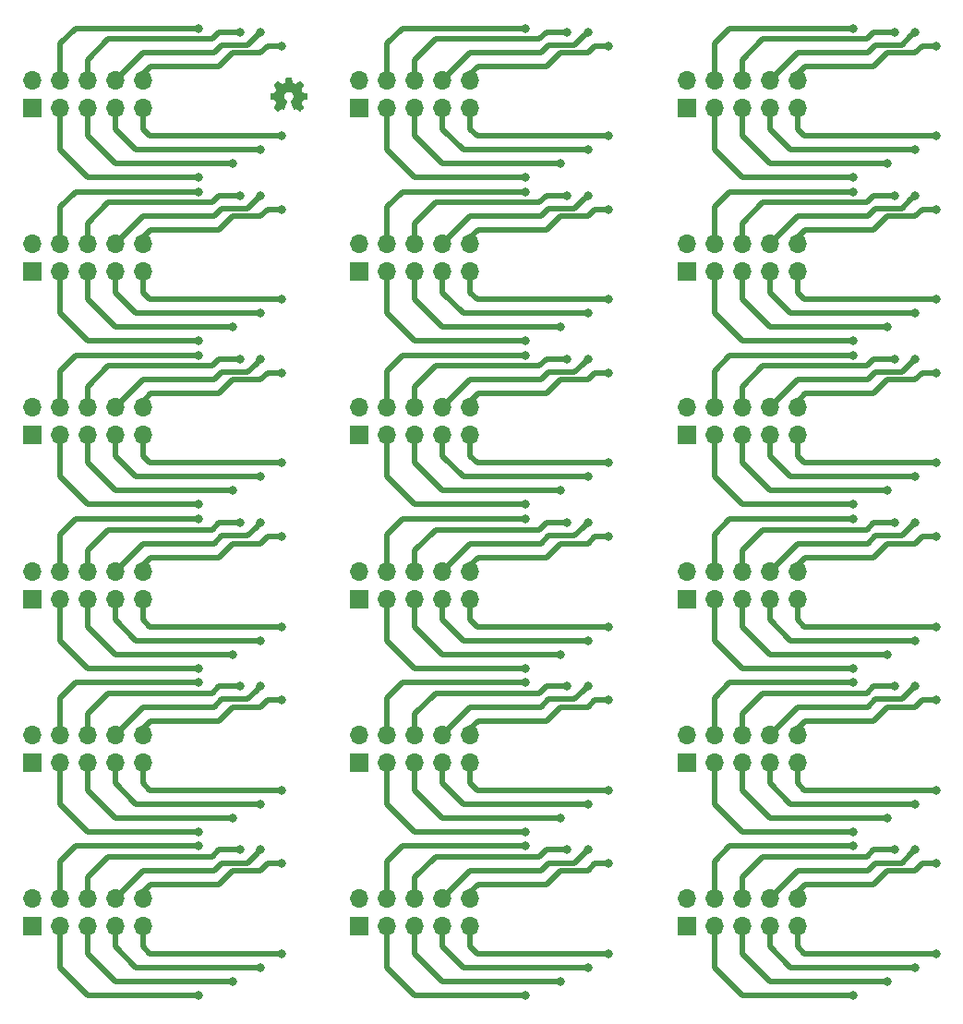
<source format=gbr>
G04 #@! TF.GenerationSoftware,KiCad,Pcbnew,5.1.5-52549c5~86~ubuntu18.04.1*
G04 #@! TF.CreationDate,2020-06-02T01:28:18-05:00*
G04 #@! TF.ProjectId,adap_127_254_panel,61646170-5f31-4323-975f-3235345f7061,rev?*
G04 #@! TF.SameCoordinates,Original*
G04 #@! TF.FileFunction,Copper,L2,Bot*
G04 #@! TF.FilePolarity,Positive*
%FSLAX46Y46*%
G04 Gerber Fmt 4.6, Leading zero omitted, Abs format (unit mm)*
G04 Created by KiCad (PCBNEW 5.1.5-52549c5~86~ubuntu18.04.1) date 2020-06-02 01:28:18*
%MOMM*%
%LPD*%
G04 APERTURE LIST*
%ADD10C,0.010000*%
%ADD11R,1.700000X1.700000*%
%ADD12O,1.700000X1.700000*%
%ADD13C,0.800000*%
%ADD14C,0.500000*%
G04 APERTURE END LIST*
D10*
G36*
X100304148Y-53110473D02*
G01*
X100269319Y-53110616D01*
X100235801Y-53110883D01*
X100204370Y-53111273D01*
X100175807Y-53111790D01*
X100150890Y-53112431D01*
X100130398Y-53113198D01*
X100115110Y-53114089D01*
X100105804Y-53115106D01*
X100103352Y-53115819D01*
X100101718Y-53118038D01*
X100099788Y-53122790D01*
X100097461Y-53130558D01*
X100094634Y-53141821D01*
X100091204Y-53157061D01*
X100087070Y-53176757D01*
X100082130Y-53201392D01*
X100076282Y-53231444D01*
X100069424Y-53267396D01*
X100061453Y-53309727D01*
X100056141Y-53338133D01*
X100048829Y-53377079D01*
X100041805Y-53414040D01*
X100035195Y-53448375D01*
X100029127Y-53479442D01*
X100023729Y-53506598D01*
X100019129Y-53529203D01*
X100015454Y-53546614D01*
X100012832Y-53558189D01*
X100011389Y-53563288D01*
X100011364Y-53563338D01*
X100006260Y-53570180D01*
X100002529Y-53572988D01*
X99942683Y-53597601D01*
X99889471Y-53619403D01*
X99842842Y-53638413D01*
X99802747Y-53654653D01*
X99769136Y-53668141D01*
X99741957Y-53678899D01*
X99721161Y-53686947D01*
X99706698Y-53692304D01*
X99698517Y-53694990D01*
X99696741Y-53695338D01*
X99695085Y-53695353D01*
X99693425Y-53695201D01*
X99691320Y-53694594D01*
X99688328Y-53693241D01*
X99684008Y-53690852D01*
X99677919Y-53687137D01*
X99669620Y-53681804D01*
X99658668Y-53674565D01*
X99644624Y-53665128D01*
X99627046Y-53653204D01*
X99605492Y-53638502D01*
X99579521Y-53620731D01*
X99548692Y-53599602D01*
X99512563Y-53574825D01*
X99489746Y-53559174D01*
X99459149Y-53538212D01*
X99430174Y-53518407D01*
X99403407Y-53500155D01*
X99379433Y-53483855D01*
X99358839Y-53469903D01*
X99342210Y-53458697D01*
X99330131Y-53450634D01*
X99323189Y-53446110D01*
X99321909Y-53445342D01*
X99314131Y-53442964D01*
X99305815Y-53445305D01*
X99303761Y-53446347D01*
X99299417Y-53449837D01*
X99290451Y-53458011D01*
X99277351Y-53470394D01*
X99260604Y-53486511D01*
X99240699Y-53505890D01*
X99218122Y-53528055D01*
X99193360Y-53552533D01*
X99166901Y-53578850D01*
X99144026Y-53601725D01*
X99112139Y-53633723D01*
X99085037Y-53661018D01*
X99062343Y-53684012D01*
X99043682Y-53703109D01*
X99028680Y-53718713D01*
X99016960Y-53731227D01*
X99008149Y-53741054D01*
X99001870Y-53748598D01*
X98997748Y-53754262D01*
X98995409Y-53758449D01*
X98994476Y-53761563D01*
X98994413Y-53762588D01*
X98995493Y-53766540D01*
X98998833Y-53773435D01*
X99004665Y-53783628D01*
X99013218Y-53797476D01*
X99024723Y-53815333D01*
X99039411Y-53837555D01*
X99057512Y-53864499D01*
X99079256Y-53896520D01*
X99104875Y-53933973D01*
X99115844Y-53949950D01*
X99137892Y-53982139D01*
X99158728Y-54012748D01*
X99177981Y-54041221D01*
X99195282Y-54067001D01*
X99210260Y-54089533D01*
X99222544Y-54108258D01*
X99231764Y-54122621D01*
X99237551Y-54132064D01*
X99239510Y-54135871D01*
X99239446Y-54139698D01*
X99237863Y-54146463D01*
X99234570Y-54156654D01*
X99229379Y-54170756D01*
X99222100Y-54189258D01*
X99212544Y-54212646D01*
X99200521Y-54241406D01*
X99185842Y-54276026D01*
X99175988Y-54299094D01*
X99161759Y-54332095D01*
X99148349Y-54362731D01*
X99136054Y-54390354D01*
X99125172Y-54414316D01*
X99115999Y-54433969D01*
X99108832Y-54448665D01*
X99103968Y-54457756D01*
X99102119Y-54460413D01*
X99096828Y-54463795D01*
X99087810Y-54467168D01*
X99074157Y-54470778D01*
X99054963Y-54474871D01*
X99034230Y-54478799D01*
X98974363Y-54489774D01*
X98919060Y-54499976D01*
X98868592Y-54509354D01*
X98823228Y-54517858D01*
X98783238Y-54525434D01*
X98748893Y-54532031D01*
X98720461Y-54537598D01*
X98698213Y-54542084D01*
X98682418Y-54545435D01*
X98673347Y-54547601D01*
X98671284Y-54548289D01*
X98664738Y-54554015D01*
X98662622Y-54557566D01*
X98662219Y-54562163D01*
X98661839Y-54573368D01*
X98661489Y-54590531D01*
X98661175Y-54613000D01*
X98660904Y-54640125D01*
X98660683Y-54671255D01*
X98660517Y-54705739D01*
X98660414Y-54742926D01*
X98660380Y-54780629D01*
X98660378Y-54826578D01*
X98660400Y-54865812D01*
X98660486Y-54898874D01*
X98660677Y-54926306D01*
X98661014Y-54948653D01*
X98661538Y-54966458D01*
X98662289Y-54980265D01*
X98663308Y-54990616D01*
X98664636Y-54998056D01*
X98666314Y-55003128D01*
X98668382Y-55006375D01*
X98670882Y-55008340D01*
X98673853Y-55009568D01*
X98677338Y-55010601D01*
X98677642Y-55010692D01*
X98682308Y-55011691D01*
X98693446Y-55013877D01*
X98710392Y-55017123D01*
X98732478Y-55021304D01*
X98759038Y-55026296D01*
X98789405Y-55031972D01*
X98822914Y-55038207D01*
X98858898Y-55044876D01*
X98883601Y-55049441D01*
X98927976Y-55057664D01*
X98965718Y-55064741D01*
X98997345Y-55070784D01*
X99023371Y-55075901D01*
X99044316Y-55080203D01*
X99060696Y-55083799D01*
X99073027Y-55086800D01*
X99081826Y-55089315D01*
X99087611Y-55091454D01*
X99090898Y-55093328D01*
X99091213Y-55093598D01*
X99094293Y-55098544D01*
X99099627Y-55109456D01*
X99106886Y-55125517D01*
X99115744Y-55145908D01*
X99125870Y-55169813D01*
X99136937Y-55196414D01*
X99148616Y-55224892D01*
X99160579Y-55254430D01*
X99172497Y-55284210D01*
X99184043Y-55313415D01*
X99194886Y-55341226D01*
X99204700Y-55366827D01*
X99213156Y-55389398D01*
X99219925Y-55408123D01*
X99224679Y-55422184D01*
X99227090Y-55430762D01*
X99227324Y-55432511D01*
X99226499Y-55436238D01*
X99223845Y-55442251D01*
X99219095Y-55450966D01*
X99211982Y-55462799D01*
X99202237Y-55478165D01*
X99189595Y-55497479D01*
X99173787Y-55521157D01*
X99154547Y-55549615D01*
X99131607Y-55583268D01*
X99110815Y-55613622D01*
X99082214Y-55655457D01*
X99057781Y-55691520D01*
X99037438Y-55721931D01*
X99021108Y-55746806D01*
X99008715Y-55766264D01*
X99000182Y-55780424D01*
X98995432Y-55789403D01*
X98994304Y-55792898D01*
X98995181Y-55795801D01*
X98998035Y-55800387D01*
X99003206Y-55807013D01*
X99011030Y-55816038D01*
X99021846Y-55827820D01*
X99035991Y-55842718D01*
X99053803Y-55861090D01*
X99075620Y-55883295D01*
X99101780Y-55909690D01*
X99132620Y-55940633D01*
X99149486Y-55957508D01*
X99185483Y-55993400D01*
X99216619Y-56024228D01*
X99243067Y-56050160D01*
X99265003Y-56071361D01*
X99282599Y-56087996D01*
X99296030Y-56100231D01*
X99305471Y-56108232D01*
X99311095Y-56112165D01*
X99312543Y-56112658D01*
X99314363Y-56112543D01*
X99316565Y-56112011D01*
X99319577Y-56110778D01*
X99323830Y-56108561D01*
X99329751Y-56105077D01*
X99337771Y-56100044D01*
X99348319Y-56093178D01*
X99361823Y-56084197D01*
X99378714Y-56072816D01*
X99399420Y-56058755D01*
X99424371Y-56041728D01*
X99453996Y-56021455D01*
X99488724Y-55997650D01*
X99528984Y-55970033D01*
X99531156Y-55968542D01*
X99558516Y-55949883D01*
X99584220Y-55932568D01*
X99607612Y-55917024D01*
X99628040Y-55903676D01*
X99644849Y-55892947D01*
X99657384Y-55885263D01*
X99664993Y-55881049D01*
X99666893Y-55880363D01*
X99672055Y-55882015D01*
X99682598Y-55886647D01*
X99697521Y-55893776D01*
X99715826Y-55902917D01*
X99736515Y-55913586D01*
X99748889Y-55920111D01*
X99770415Y-55931515D01*
X99790015Y-55941828D01*
X99806708Y-55950538D01*
X99819515Y-55957137D01*
X99827455Y-55961114D01*
X99829423Y-55962011D01*
X99836213Y-55961439D01*
X99842698Y-55957651D01*
X99845069Y-55953479D01*
X99849955Y-55943121D01*
X99857134Y-55927111D01*
X99866384Y-55905986D01*
X99877482Y-55880282D01*
X99890205Y-55850535D01*
X99904331Y-55817280D01*
X99919637Y-55781054D01*
X99935902Y-55742392D01*
X99952901Y-55701831D01*
X99970414Y-55659906D01*
X99988217Y-55617153D01*
X100006088Y-55574109D01*
X100023804Y-55531309D01*
X100041143Y-55489289D01*
X100057882Y-55448585D01*
X100073799Y-55409734D01*
X100088672Y-55373270D01*
X100102277Y-55339731D01*
X100114392Y-55309651D01*
X100124795Y-55283567D01*
X100133263Y-55262015D01*
X100139574Y-55245531D01*
X100143505Y-55234651D01*
X100144835Y-55229929D01*
X100144209Y-55223195D01*
X100141622Y-55217681D01*
X100135852Y-55212031D01*
X100125678Y-55204892D01*
X100117668Y-55199779D01*
X100066034Y-55164544D01*
X100021107Y-55127898D01*
X99982393Y-55089326D01*
X99949397Y-55048315D01*
X99921622Y-55004354D01*
X99912691Y-54987479D01*
X99890771Y-54936154D01*
X99875229Y-54882371D01*
X99866126Y-54827045D01*
X99863518Y-54771092D01*
X99867465Y-54715426D01*
X99878024Y-54660962D01*
X99889515Y-54623670D01*
X99912094Y-54571195D01*
X99940712Y-54522096D01*
X99974850Y-54476949D01*
X100013990Y-54436326D01*
X100057612Y-54400802D01*
X100105199Y-54370951D01*
X100128482Y-54359187D01*
X100181723Y-54338047D01*
X100235957Y-54323751D01*
X100290635Y-54316113D01*
X100345209Y-54314949D01*
X100399128Y-54320074D01*
X100451846Y-54331304D01*
X100502811Y-54348453D01*
X100551477Y-54371339D01*
X100597293Y-54399774D01*
X100639711Y-54433576D01*
X100678181Y-54472560D01*
X100712155Y-54516540D01*
X100741018Y-54565202D01*
X100761530Y-54609711D01*
X100776415Y-54653039D01*
X100786139Y-54697152D01*
X100791168Y-54744012D01*
X100792144Y-54780591D01*
X100790109Y-54829623D01*
X100783864Y-54874464D01*
X100772940Y-54917147D01*
X100756868Y-54959702D01*
X100744813Y-54985508D01*
X100720255Y-55028998D01*
X100691148Y-55069431D01*
X100656905Y-55107415D01*
X100616940Y-55143558D01*
X100570669Y-55178470D01*
X100538703Y-55199671D01*
X100525559Y-55208285D01*
X100517491Y-55214626D01*
X100513281Y-55220041D01*
X100511713Y-55225878D01*
X100511536Y-55229759D01*
X100512893Y-55234196D01*
X100516833Y-55244793D01*
X100523135Y-55261016D01*
X100531578Y-55282328D01*
X100541940Y-55308195D01*
X100554002Y-55338081D01*
X100567541Y-55371450D01*
X100582336Y-55407768D01*
X100598168Y-55446498D01*
X100614814Y-55487106D01*
X100632054Y-55529055D01*
X100649666Y-55571812D01*
X100667430Y-55614840D01*
X100685124Y-55657603D01*
X100702527Y-55699568D01*
X100719420Y-55740197D01*
X100735579Y-55778957D01*
X100750785Y-55815311D01*
X100764816Y-55848723D01*
X100777452Y-55878660D01*
X100788471Y-55904585D01*
X100797652Y-55925963D01*
X100804774Y-55942258D01*
X100809617Y-55952936D01*
X100811959Y-55957460D01*
X100811985Y-55957492D01*
X100817791Y-55962518D01*
X100821202Y-55963844D01*
X100825316Y-55962207D01*
X100834910Y-55957607D01*
X100849065Y-55950508D01*
X100866863Y-55941376D01*
X100887385Y-55930676D01*
X100903632Y-55922103D01*
X100925791Y-55910506D01*
X100946133Y-55900147D01*
X100963687Y-55891497D01*
X100977486Y-55885027D01*
X100986559Y-55881207D01*
X100989601Y-55880363D01*
X100993864Y-55882369D01*
X101003532Y-55888142D01*
X101018044Y-55897311D01*
X101036838Y-55909509D01*
X101059354Y-55924364D01*
X101085031Y-55941508D01*
X101113307Y-55960571D01*
X101143621Y-55981185D01*
X101166004Y-55996510D01*
X101201540Y-56020810D01*
X101234052Y-56042842D01*
X101263135Y-56062340D01*
X101288386Y-56079041D01*
X101309400Y-56092679D01*
X101325771Y-56102990D01*
X101337097Y-56109709D01*
X101342971Y-56112571D01*
X101343463Y-56112658D01*
X101346834Y-56111147D01*
X101353124Y-56106451D01*
X101362596Y-56098320D01*
X101375511Y-56086508D01*
X101392129Y-56070764D01*
X101412712Y-56050843D01*
X101437522Y-56026494D01*
X101466820Y-55997471D01*
X101500867Y-55963525D01*
X101506917Y-55957476D01*
X101539985Y-55924351D01*
X101568222Y-55895946D01*
X101591972Y-55871892D01*
X101611582Y-55851822D01*
X101627398Y-55835368D01*
X101639766Y-55822162D01*
X101649033Y-55811837D01*
X101655544Y-55804025D01*
X101659645Y-55798357D01*
X101661683Y-55794467D01*
X101662067Y-55792598D01*
X101660452Y-55787914D01*
X101655521Y-55778741D01*
X101647147Y-55764881D01*
X101635199Y-55746137D01*
X101619551Y-55722310D01*
X101600072Y-55693202D01*
X101576635Y-55658615D01*
X101549111Y-55618351D01*
X101545556Y-55613171D01*
X101519389Y-55574967D01*
X101497144Y-55542292D01*
X101478562Y-55514743D01*
X101463381Y-55491915D01*
X101451341Y-55473405D01*
X101442183Y-55458808D01*
X101435645Y-55447720D01*
X101431469Y-55439738D01*
X101429393Y-55434458D01*
X101429046Y-55432329D01*
X101430396Y-55426284D01*
X101434225Y-55414414D01*
X101440206Y-55397538D01*
X101448008Y-55376474D01*
X101457305Y-55352040D01*
X101467767Y-55325053D01*
X101479066Y-55296332D01*
X101490873Y-55266694D01*
X101502859Y-55236959D01*
X101514696Y-55207943D01*
X101526055Y-55180465D01*
X101536608Y-55155342D01*
X101546027Y-55133393D01*
X101553981Y-55115436D01*
X101560143Y-55102289D01*
X101564185Y-55094770D01*
X101565157Y-55093499D01*
X101568011Y-55091670D01*
X101573144Y-55089613D01*
X101581074Y-55087217D01*
X101592320Y-55084372D01*
X101607398Y-55080968D01*
X101626826Y-55076894D01*
X101651122Y-55072039D01*
X101680802Y-55066293D01*
X101716385Y-55059545D01*
X101758388Y-55051685D01*
X101777397Y-55048150D01*
X101824151Y-55039418D01*
X101864152Y-55031835D01*
X101897799Y-55025318D01*
X101925493Y-55019781D01*
X101947632Y-55015142D01*
X101964618Y-55011316D01*
X101976849Y-55008219D01*
X101984727Y-55005766D01*
X101988650Y-55003875D01*
X101988821Y-55003731D01*
X101990312Y-55002194D01*
X101991580Y-55000122D01*
X101992644Y-54996956D01*
X101993521Y-54992136D01*
X101994230Y-54985106D01*
X101994789Y-54975306D01*
X101995215Y-54962178D01*
X101995526Y-54945164D01*
X101995741Y-54923704D01*
X101995877Y-54897242D01*
X101995952Y-54865217D01*
X101995984Y-54827073D01*
X101995990Y-54782250D01*
X101995990Y-54780326D01*
X101995954Y-54741181D01*
X101995848Y-54704113D01*
X101995680Y-54669775D01*
X101995457Y-54638817D01*
X101995184Y-54611890D01*
X101994868Y-54589646D01*
X101994516Y-54572737D01*
X101994135Y-54561813D01*
X101993749Y-54557566D01*
X101988744Y-54550896D01*
X101985245Y-54548373D01*
X101980610Y-54547112D01*
X101969490Y-54544669D01*
X101952538Y-54541174D01*
X101930407Y-54536753D01*
X101903753Y-54531536D01*
X101873229Y-54525650D01*
X101839488Y-54519225D01*
X101803186Y-54512387D01*
X101772432Y-54506649D01*
X101724011Y-54497595D01*
X101682430Y-54489690D01*
X101647371Y-54482868D01*
X101618518Y-54477062D01*
X101595553Y-54472207D01*
X101578159Y-54468235D01*
X101566018Y-54465081D01*
X101558815Y-54462679D01*
X101556808Y-54461629D01*
X101553139Y-54456667D01*
X101547136Y-54445822D01*
X101539154Y-54429917D01*
X101529548Y-54409777D01*
X101518673Y-54386226D01*
X101506884Y-54360088D01*
X101494538Y-54332186D01*
X101481988Y-54303345D01*
X101469591Y-54274388D01*
X101457701Y-54246141D01*
X101446674Y-54219425D01*
X101436865Y-54195067D01*
X101428630Y-54173888D01*
X101422323Y-54156715D01*
X101418300Y-54144370D01*
X101416915Y-54137677D01*
X101416952Y-54137243D01*
X101419283Y-54132501D01*
X101425384Y-54122353D01*
X101434886Y-54107356D01*
X101447420Y-54088068D01*
X101462618Y-54065048D01*
X101480112Y-54038854D01*
X101499535Y-54010043D01*
X101520516Y-53979174D01*
X101540275Y-53950318D01*
X101567478Y-53910634D01*
X101590717Y-53876520D01*
X101610225Y-53847621D01*
X101626229Y-53823580D01*
X101638963Y-53804044D01*
X101648654Y-53788656D01*
X101655535Y-53777061D01*
X101659835Y-53768903D01*
X101661784Y-53763828D01*
X101661958Y-53762587D01*
X101661479Y-53759800D01*
X101659747Y-53756099D01*
X101656387Y-53751084D01*
X101651027Y-53744354D01*
X101643294Y-53735508D01*
X101632816Y-53724146D01*
X101619218Y-53709867D01*
X101602129Y-53692270D01*
X101581175Y-53670954D01*
X101555984Y-53645520D01*
X101526183Y-53615565D01*
X101510530Y-53599864D01*
X101482941Y-53572284D01*
X101456699Y-53546207D01*
X101432280Y-53522098D01*
X101410162Y-53500419D01*
X101390819Y-53481632D01*
X101374728Y-53466201D01*
X101362366Y-53454587D01*
X101354208Y-53447254D01*
X101350859Y-53444699D01*
X101342242Y-53442969D01*
X101337211Y-53443585D01*
X101333303Y-53445969D01*
X101323948Y-53452106D01*
X101309682Y-53461634D01*
X101291038Y-53474193D01*
X101268550Y-53489419D01*
X101242753Y-53506952D01*
X101214180Y-53526430D01*
X101183366Y-53547491D01*
X101150845Y-53569773D01*
X101149757Y-53570520D01*
X101114266Y-53594777D01*
X101081329Y-53617110D01*
X101051390Y-53637227D01*
X101024890Y-53654837D01*
X101002273Y-53669650D01*
X100983980Y-53681376D01*
X100970455Y-53689723D01*
X100962139Y-53694401D01*
X100959690Y-53695338D01*
X100955080Y-53694011D01*
X100944602Y-53690256D01*
X100929101Y-53684412D01*
X100909420Y-53676817D01*
X100886405Y-53667810D01*
X100860897Y-53657730D01*
X100833743Y-53646916D01*
X100805785Y-53635707D01*
X100777867Y-53624441D01*
X100750834Y-53613457D01*
X100725529Y-53603094D01*
X100702797Y-53593691D01*
X100683481Y-53585586D01*
X100668425Y-53579119D01*
X100658474Y-53574628D01*
X100656242Y-53573528D01*
X100648293Y-53567771D01*
X100643911Y-53562085D01*
X100642768Y-53557438D01*
X100640425Y-53546291D01*
X100637004Y-53529279D01*
X100632630Y-53507041D01*
X100627425Y-53480212D01*
X100621514Y-53449429D01*
X100615020Y-53415329D01*
X100608065Y-53378549D01*
X100600775Y-53339725D01*
X100600488Y-53338192D01*
X100591806Y-53291955D01*
X100584302Y-53252377D01*
X100577871Y-53218972D01*
X100572410Y-53191254D01*
X100567815Y-53168737D01*
X100563983Y-53150934D01*
X100560810Y-53137359D01*
X100558191Y-53127527D01*
X100556025Y-53120951D01*
X100554207Y-53117144D01*
X100553100Y-53115878D01*
X100548015Y-53114780D01*
X100536450Y-53113806D01*
X100519185Y-53112955D01*
X100496999Y-53112228D01*
X100470670Y-53111625D01*
X100440978Y-53111146D01*
X100408700Y-53110792D01*
X100374617Y-53110562D01*
X100339506Y-53110455D01*
X100304148Y-53110473D01*
G37*
X100304148Y-53110473D02*
X100269319Y-53110616D01*
X100235801Y-53110883D01*
X100204370Y-53111273D01*
X100175807Y-53111790D01*
X100150890Y-53112431D01*
X100130398Y-53113198D01*
X100115110Y-53114089D01*
X100105804Y-53115106D01*
X100103352Y-53115819D01*
X100101718Y-53118038D01*
X100099788Y-53122790D01*
X100097461Y-53130558D01*
X100094634Y-53141821D01*
X100091204Y-53157061D01*
X100087070Y-53176757D01*
X100082130Y-53201392D01*
X100076282Y-53231444D01*
X100069424Y-53267396D01*
X100061453Y-53309727D01*
X100056141Y-53338133D01*
X100048829Y-53377079D01*
X100041805Y-53414040D01*
X100035195Y-53448375D01*
X100029127Y-53479442D01*
X100023729Y-53506598D01*
X100019129Y-53529203D01*
X100015454Y-53546614D01*
X100012832Y-53558189D01*
X100011389Y-53563288D01*
X100011364Y-53563338D01*
X100006260Y-53570180D01*
X100002529Y-53572988D01*
X99942683Y-53597601D01*
X99889471Y-53619403D01*
X99842842Y-53638413D01*
X99802747Y-53654653D01*
X99769136Y-53668141D01*
X99741957Y-53678899D01*
X99721161Y-53686947D01*
X99706698Y-53692304D01*
X99698517Y-53694990D01*
X99696741Y-53695338D01*
X99695085Y-53695353D01*
X99693425Y-53695201D01*
X99691320Y-53694594D01*
X99688328Y-53693241D01*
X99684008Y-53690852D01*
X99677919Y-53687137D01*
X99669620Y-53681804D01*
X99658668Y-53674565D01*
X99644624Y-53665128D01*
X99627046Y-53653204D01*
X99605492Y-53638502D01*
X99579521Y-53620731D01*
X99548692Y-53599602D01*
X99512563Y-53574825D01*
X99489746Y-53559174D01*
X99459149Y-53538212D01*
X99430174Y-53518407D01*
X99403407Y-53500155D01*
X99379433Y-53483855D01*
X99358839Y-53469903D01*
X99342210Y-53458697D01*
X99330131Y-53450634D01*
X99323189Y-53446110D01*
X99321909Y-53445342D01*
X99314131Y-53442964D01*
X99305815Y-53445305D01*
X99303761Y-53446347D01*
X99299417Y-53449837D01*
X99290451Y-53458011D01*
X99277351Y-53470394D01*
X99260604Y-53486511D01*
X99240699Y-53505890D01*
X99218122Y-53528055D01*
X99193360Y-53552533D01*
X99166901Y-53578850D01*
X99144026Y-53601725D01*
X99112139Y-53633723D01*
X99085037Y-53661018D01*
X99062343Y-53684012D01*
X99043682Y-53703109D01*
X99028680Y-53718713D01*
X99016960Y-53731227D01*
X99008149Y-53741054D01*
X99001870Y-53748598D01*
X98997748Y-53754262D01*
X98995409Y-53758449D01*
X98994476Y-53761563D01*
X98994413Y-53762588D01*
X98995493Y-53766540D01*
X98998833Y-53773435D01*
X99004665Y-53783628D01*
X99013218Y-53797476D01*
X99024723Y-53815333D01*
X99039411Y-53837555D01*
X99057512Y-53864499D01*
X99079256Y-53896520D01*
X99104875Y-53933973D01*
X99115844Y-53949950D01*
X99137892Y-53982139D01*
X99158728Y-54012748D01*
X99177981Y-54041221D01*
X99195282Y-54067001D01*
X99210260Y-54089533D01*
X99222544Y-54108258D01*
X99231764Y-54122621D01*
X99237551Y-54132064D01*
X99239510Y-54135871D01*
X99239446Y-54139698D01*
X99237863Y-54146463D01*
X99234570Y-54156654D01*
X99229379Y-54170756D01*
X99222100Y-54189258D01*
X99212544Y-54212646D01*
X99200521Y-54241406D01*
X99185842Y-54276026D01*
X99175988Y-54299094D01*
X99161759Y-54332095D01*
X99148349Y-54362731D01*
X99136054Y-54390354D01*
X99125172Y-54414316D01*
X99115999Y-54433969D01*
X99108832Y-54448665D01*
X99103968Y-54457756D01*
X99102119Y-54460413D01*
X99096828Y-54463795D01*
X99087810Y-54467168D01*
X99074157Y-54470778D01*
X99054963Y-54474871D01*
X99034230Y-54478799D01*
X98974363Y-54489774D01*
X98919060Y-54499976D01*
X98868592Y-54509354D01*
X98823228Y-54517858D01*
X98783238Y-54525434D01*
X98748893Y-54532031D01*
X98720461Y-54537598D01*
X98698213Y-54542084D01*
X98682418Y-54545435D01*
X98673347Y-54547601D01*
X98671284Y-54548289D01*
X98664738Y-54554015D01*
X98662622Y-54557566D01*
X98662219Y-54562163D01*
X98661839Y-54573368D01*
X98661489Y-54590531D01*
X98661175Y-54613000D01*
X98660904Y-54640125D01*
X98660683Y-54671255D01*
X98660517Y-54705739D01*
X98660414Y-54742926D01*
X98660380Y-54780629D01*
X98660378Y-54826578D01*
X98660400Y-54865812D01*
X98660486Y-54898874D01*
X98660677Y-54926306D01*
X98661014Y-54948653D01*
X98661538Y-54966458D01*
X98662289Y-54980265D01*
X98663308Y-54990616D01*
X98664636Y-54998056D01*
X98666314Y-55003128D01*
X98668382Y-55006375D01*
X98670882Y-55008340D01*
X98673853Y-55009568D01*
X98677338Y-55010601D01*
X98677642Y-55010692D01*
X98682308Y-55011691D01*
X98693446Y-55013877D01*
X98710392Y-55017123D01*
X98732478Y-55021304D01*
X98759038Y-55026296D01*
X98789405Y-55031972D01*
X98822914Y-55038207D01*
X98858898Y-55044876D01*
X98883601Y-55049441D01*
X98927976Y-55057664D01*
X98965718Y-55064741D01*
X98997345Y-55070784D01*
X99023371Y-55075901D01*
X99044316Y-55080203D01*
X99060696Y-55083799D01*
X99073027Y-55086800D01*
X99081826Y-55089315D01*
X99087611Y-55091454D01*
X99090898Y-55093328D01*
X99091213Y-55093598D01*
X99094293Y-55098544D01*
X99099627Y-55109456D01*
X99106886Y-55125517D01*
X99115744Y-55145908D01*
X99125870Y-55169813D01*
X99136937Y-55196414D01*
X99148616Y-55224892D01*
X99160579Y-55254430D01*
X99172497Y-55284210D01*
X99184043Y-55313415D01*
X99194886Y-55341226D01*
X99204700Y-55366827D01*
X99213156Y-55389398D01*
X99219925Y-55408123D01*
X99224679Y-55422184D01*
X99227090Y-55430762D01*
X99227324Y-55432511D01*
X99226499Y-55436238D01*
X99223845Y-55442251D01*
X99219095Y-55450966D01*
X99211982Y-55462799D01*
X99202237Y-55478165D01*
X99189595Y-55497479D01*
X99173787Y-55521157D01*
X99154547Y-55549615D01*
X99131607Y-55583268D01*
X99110815Y-55613622D01*
X99082214Y-55655457D01*
X99057781Y-55691520D01*
X99037438Y-55721931D01*
X99021108Y-55746806D01*
X99008715Y-55766264D01*
X99000182Y-55780424D01*
X98995432Y-55789403D01*
X98994304Y-55792898D01*
X98995181Y-55795801D01*
X98998035Y-55800387D01*
X99003206Y-55807013D01*
X99011030Y-55816038D01*
X99021846Y-55827820D01*
X99035991Y-55842718D01*
X99053803Y-55861090D01*
X99075620Y-55883295D01*
X99101780Y-55909690D01*
X99132620Y-55940633D01*
X99149486Y-55957508D01*
X99185483Y-55993400D01*
X99216619Y-56024228D01*
X99243067Y-56050160D01*
X99265003Y-56071361D01*
X99282599Y-56087996D01*
X99296030Y-56100231D01*
X99305471Y-56108232D01*
X99311095Y-56112165D01*
X99312543Y-56112658D01*
X99314363Y-56112543D01*
X99316565Y-56112011D01*
X99319577Y-56110778D01*
X99323830Y-56108561D01*
X99329751Y-56105077D01*
X99337771Y-56100044D01*
X99348319Y-56093178D01*
X99361823Y-56084197D01*
X99378714Y-56072816D01*
X99399420Y-56058755D01*
X99424371Y-56041728D01*
X99453996Y-56021455D01*
X99488724Y-55997650D01*
X99528984Y-55970033D01*
X99531156Y-55968542D01*
X99558516Y-55949883D01*
X99584220Y-55932568D01*
X99607612Y-55917024D01*
X99628040Y-55903676D01*
X99644849Y-55892947D01*
X99657384Y-55885263D01*
X99664993Y-55881049D01*
X99666893Y-55880363D01*
X99672055Y-55882015D01*
X99682598Y-55886647D01*
X99697521Y-55893776D01*
X99715826Y-55902917D01*
X99736515Y-55913586D01*
X99748889Y-55920111D01*
X99770415Y-55931515D01*
X99790015Y-55941828D01*
X99806708Y-55950538D01*
X99819515Y-55957137D01*
X99827455Y-55961114D01*
X99829423Y-55962011D01*
X99836213Y-55961439D01*
X99842698Y-55957651D01*
X99845069Y-55953479D01*
X99849955Y-55943121D01*
X99857134Y-55927111D01*
X99866384Y-55905986D01*
X99877482Y-55880282D01*
X99890205Y-55850535D01*
X99904331Y-55817280D01*
X99919637Y-55781054D01*
X99935902Y-55742392D01*
X99952901Y-55701831D01*
X99970414Y-55659906D01*
X99988217Y-55617153D01*
X100006088Y-55574109D01*
X100023804Y-55531309D01*
X100041143Y-55489289D01*
X100057882Y-55448585D01*
X100073799Y-55409734D01*
X100088672Y-55373270D01*
X100102277Y-55339731D01*
X100114392Y-55309651D01*
X100124795Y-55283567D01*
X100133263Y-55262015D01*
X100139574Y-55245531D01*
X100143505Y-55234651D01*
X100144835Y-55229929D01*
X100144209Y-55223195D01*
X100141622Y-55217681D01*
X100135852Y-55212031D01*
X100125678Y-55204892D01*
X100117668Y-55199779D01*
X100066034Y-55164544D01*
X100021107Y-55127898D01*
X99982393Y-55089326D01*
X99949397Y-55048315D01*
X99921622Y-55004354D01*
X99912691Y-54987479D01*
X99890771Y-54936154D01*
X99875229Y-54882371D01*
X99866126Y-54827045D01*
X99863518Y-54771092D01*
X99867465Y-54715426D01*
X99878024Y-54660962D01*
X99889515Y-54623670D01*
X99912094Y-54571195D01*
X99940712Y-54522096D01*
X99974850Y-54476949D01*
X100013990Y-54436326D01*
X100057612Y-54400802D01*
X100105199Y-54370951D01*
X100128482Y-54359187D01*
X100181723Y-54338047D01*
X100235957Y-54323751D01*
X100290635Y-54316113D01*
X100345209Y-54314949D01*
X100399128Y-54320074D01*
X100451846Y-54331304D01*
X100502811Y-54348453D01*
X100551477Y-54371339D01*
X100597293Y-54399774D01*
X100639711Y-54433576D01*
X100678181Y-54472560D01*
X100712155Y-54516540D01*
X100741018Y-54565202D01*
X100761530Y-54609711D01*
X100776415Y-54653039D01*
X100786139Y-54697152D01*
X100791168Y-54744012D01*
X100792144Y-54780591D01*
X100790109Y-54829623D01*
X100783864Y-54874464D01*
X100772940Y-54917147D01*
X100756868Y-54959702D01*
X100744813Y-54985508D01*
X100720255Y-55028998D01*
X100691148Y-55069431D01*
X100656905Y-55107415D01*
X100616940Y-55143558D01*
X100570669Y-55178470D01*
X100538703Y-55199671D01*
X100525559Y-55208285D01*
X100517491Y-55214626D01*
X100513281Y-55220041D01*
X100511713Y-55225878D01*
X100511536Y-55229759D01*
X100512893Y-55234196D01*
X100516833Y-55244793D01*
X100523135Y-55261016D01*
X100531578Y-55282328D01*
X100541940Y-55308195D01*
X100554002Y-55338081D01*
X100567541Y-55371450D01*
X100582336Y-55407768D01*
X100598168Y-55446498D01*
X100614814Y-55487106D01*
X100632054Y-55529055D01*
X100649666Y-55571812D01*
X100667430Y-55614840D01*
X100685124Y-55657603D01*
X100702527Y-55699568D01*
X100719420Y-55740197D01*
X100735579Y-55778957D01*
X100750785Y-55815311D01*
X100764816Y-55848723D01*
X100777452Y-55878660D01*
X100788471Y-55904585D01*
X100797652Y-55925963D01*
X100804774Y-55942258D01*
X100809617Y-55952936D01*
X100811959Y-55957460D01*
X100811985Y-55957492D01*
X100817791Y-55962518D01*
X100821202Y-55963844D01*
X100825316Y-55962207D01*
X100834910Y-55957607D01*
X100849065Y-55950508D01*
X100866863Y-55941376D01*
X100887385Y-55930676D01*
X100903632Y-55922103D01*
X100925791Y-55910506D01*
X100946133Y-55900147D01*
X100963687Y-55891497D01*
X100977486Y-55885027D01*
X100986559Y-55881207D01*
X100989601Y-55880363D01*
X100993864Y-55882369D01*
X101003532Y-55888142D01*
X101018044Y-55897311D01*
X101036838Y-55909509D01*
X101059354Y-55924364D01*
X101085031Y-55941508D01*
X101113307Y-55960571D01*
X101143621Y-55981185D01*
X101166004Y-55996510D01*
X101201540Y-56020810D01*
X101234052Y-56042842D01*
X101263135Y-56062340D01*
X101288386Y-56079041D01*
X101309400Y-56092679D01*
X101325771Y-56102990D01*
X101337097Y-56109709D01*
X101342971Y-56112571D01*
X101343463Y-56112658D01*
X101346834Y-56111147D01*
X101353124Y-56106451D01*
X101362596Y-56098320D01*
X101375511Y-56086508D01*
X101392129Y-56070764D01*
X101412712Y-56050843D01*
X101437522Y-56026494D01*
X101466820Y-55997471D01*
X101500867Y-55963525D01*
X101506917Y-55957476D01*
X101539985Y-55924351D01*
X101568222Y-55895946D01*
X101591972Y-55871892D01*
X101611582Y-55851822D01*
X101627398Y-55835368D01*
X101639766Y-55822162D01*
X101649033Y-55811837D01*
X101655544Y-55804025D01*
X101659645Y-55798357D01*
X101661683Y-55794467D01*
X101662067Y-55792598D01*
X101660452Y-55787914D01*
X101655521Y-55778741D01*
X101647147Y-55764881D01*
X101635199Y-55746137D01*
X101619551Y-55722310D01*
X101600072Y-55693202D01*
X101576635Y-55658615D01*
X101549111Y-55618351D01*
X101545556Y-55613171D01*
X101519389Y-55574967D01*
X101497144Y-55542292D01*
X101478562Y-55514743D01*
X101463381Y-55491915D01*
X101451341Y-55473405D01*
X101442183Y-55458808D01*
X101435645Y-55447720D01*
X101431469Y-55439738D01*
X101429393Y-55434458D01*
X101429046Y-55432329D01*
X101430396Y-55426284D01*
X101434225Y-55414414D01*
X101440206Y-55397538D01*
X101448008Y-55376474D01*
X101457305Y-55352040D01*
X101467767Y-55325053D01*
X101479066Y-55296332D01*
X101490873Y-55266694D01*
X101502859Y-55236959D01*
X101514696Y-55207943D01*
X101526055Y-55180465D01*
X101536608Y-55155342D01*
X101546027Y-55133393D01*
X101553981Y-55115436D01*
X101560143Y-55102289D01*
X101564185Y-55094770D01*
X101565157Y-55093499D01*
X101568011Y-55091670D01*
X101573144Y-55089613D01*
X101581074Y-55087217D01*
X101592320Y-55084372D01*
X101607398Y-55080968D01*
X101626826Y-55076894D01*
X101651122Y-55072039D01*
X101680802Y-55066293D01*
X101716385Y-55059545D01*
X101758388Y-55051685D01*
X101777397Y-55048150D01*
X101824151Y-55039418D01*
X101864152Y-55031835D01*
X101897799Y-55025318D01*
X101925493Y-55019781D01*
X101947632Y-55015142D01*
X101964618Y-55011316D01*
X101976849Y-55008219D01*
X101984727Y-55005766D01*
X101988650Y-55003875D01*
X101988821Y-55003731D01*
X101990312Y-55002194D01*
X101991580Y-55000122D01*
X101992644Y-54996956D01*
X101993521Y-54992136D01*
X101994230Y-54985106D01*
X101994789Y-54975306D01*
X101995215Y-54962178D01*
X101995526Y-54945164D01*
X101995741Y-54923704D01*
X101995877Y-54897242D01*
X101995952Y-54865217D01*
X101995984Y-54827073D01*
X101995990Y-54782250D01*
X101995990Y-54780326D01*
X101995954Y-54741181D01*
X101995848Y-54704113D01*
X101995680Y-54669775D01*
X101995457Y-54638817D01*
X101995184Y-54611890D01*
X101994868Y-54589646D01*
X101994516Y-54572737D01*
X101994135Y-54561813D01*
X101993749Y-54557566D01*
X101988744Y-54550896D01*
X101985245Y-54548373D01*
X101980610Y-54547112D01*
X101969490Y-54544669D01*
X101952538Y-54541174D01*
X101930407Y-54536753D01*
X101903753Y-54531536D01*
X101873229Y-54525650D01*
X101839488Y-54519225D01*
X101803186Y-54512387D01*
X101772432Y-54506649D01*
X101724011Y-54497595D01*
X101682430Y-54489690D01*
X101647371Y-54482868D01*
X101618518Y-54477062D01*
X101595553Y-54472207D01*
X101578159Y-54468235D01*
X101566018Y-54465081D01*
X101558815Y-54462679D01*
X101556808Y-54461629D01*
X101553139Y-54456667D01*
X101547136Y-54445822D01*
X101539154Y-54429917D01*
X101529548Y-54409777D01*
X101518673Y-54386226D01*
X101506884Y-54360088D01*
X101494538Y-54332186D01*
X101481988Y-54303345D01*
X101469591Y-54274388D01*
X101457701Y-54246141D01*
X101446674Y-54219425D01*
X101436865Y-54195067D01*
X101428630Y-54173888D01*
X101422323Y-54156715D01*
X101418300Y-54144370D01*
X101416915Y-54137677D01*
X101416952Y-54137243D01*
X101419283Y-54132501D01*
X101425384Y-54122353D01*
X101434886Y-54107356D01*
X101447420Y-54088068D01*
X101462618Y-54065048D01*
X101480112Y-54038854D01*
X101499535Y-54010043D01*
X101520516Y-53979174D01*
X101540275Y-53950318D01*
X101567478Y-53910634D01*
X101590717Y-53876520D01*
X101610225Y-53847621D01*
X101626229Y-53823580D01*
X101638963Y-53804044D01*
X101648654Y-53788656D01*
X101655535Y-53777061D01*
X101659835Y-53768903D01*
X101661784Y-53763828D01*
X101661958Y-53762587D01*
X101661479Y-53759800D01*
X101659747Y-53756099D01*
X101656387Y-53751084D01*
X101651027Y-53744354D01*
X101643294Y-53735508D01*
X101632816Y-53724146D01*
X101619218Y-53709867D01*
X101602129Y-53692270D01*
X101581175Y-53670954D01*
X101555984Y-53645520D01*
X101526183Y-53615565D01*
X101510530Y-53599864D01*
X101482941Y-53572284D01*
X101456699Y-53546207D01*
X101432280Y-53522098D01*
X101410162Y-53500419D01*
X101390819Y-53481632D01*
X101374728Y-53466201D01*
X101362366Y-53454587D01*
X101354208Y-53447254D01*
X101350859Y-53444699D01*
X101342242Y-53442969D01*
X101337211Y-53443585D01*
X101333303Y-53445969D01*
X101323948Y-53452106D01*
X101309682Y-53461634D01*
X101291038Y-53474193D01*
X101268550Y-53489419D01*
X101242753Y-53506952D01*
X101214180Y-53526430D01*
X101183366Y-53547491D01*
X101150845Y-53569773D01*
X101149757Y-53570520D01*
X101114266Y-53594777D01*
X101081329Y-53617110D01*
X101051390Y-53637227D01*
X101024890Y-53654837D01*
X101002273Y-53669650D01*
X100983980Y-53681376D01*
X100970455Y-53689723D01*
X100962139Y-53694401D01*
X100959690Y-53695338D01*
X100955080Y-53694011D01*
X100944602Y-53690256D01*
X100929101Y-53684412D01*
X100909420Y-53676817D01*
X100886405Y-53667810D01*
X100860897Y-53657730D01*
X100833743Y-53646916D01*
X100805785Y-53635707D01*
X100777867Y-53624441D01*
X100750834Y-53613457D01*
X100725529Y-53603094D01*
X100702797Y-53593691D01*
X100683481Y-53585586D01*
X100668425Y-53579119D01*
X100658474Y-53574628D01*
X100656242Y-53573528D01*
X100648293Y-53567771D01*
X100643911Y-53562085D01*
X100642768Y-53557438D01*
X100640425Y-53546291D01*
X100637004Y-53529279D01*
X100632630Y-53507041D01*
X100627425Y-53480212D01*
X100621514Y-53449429D01*
X100615020Y-53415329D01*
X100608065Y-53378549D01*
X100600775Y-53339725D01*
X100600488Y-53338192D01*
X100591806Y-53291955D01*
X100584302Y-53252377D01*
X100577871Y-53218972D01*
X100572410Y-53191254D01*
X100567815Y-53168737D01*
X100563983Y-53150934D01*
X100560810Y-53137359D01*
X100558191Y-53127527D01*
X100556025Y-53120951D01*
X100554207Y-53117144D01*
X100553100Y-53115878D01*
X100548015Y-53114780D01*
X100536450Y-53113806D01*
X100519185Y-53112955D01*
X100496999Y-53112228D01*
X100470670Y-53111625D01*
X100440978Y-53111146D01*
X100408700Y-53110792D01*
X100374617Y-53110562D01*
X100339506Y-53110455D01*
X100304148Y-53110473D01*
D11*
X136835000Y-130880000D03*
D12*
X136835000Y-128340000D03*
X139375000Y-130880000D03*
X139375000Y-128340000D03*
X141915000Y-130880000D03*
X141915000Y-128340000D03*
X144455000Y-130880000D03*
X144455000Y-128340000D03*
X146995000Y-130880000D03*
X146995000Y-128340000D03*
D11*
X106835000Y-130880000D03*
D12*
X106835000Y-128340000D03*
X109375000Y-130880000D03*
X109375000Y-128340000D03*
X111915000Y-130880000D03*
X111915000Y-128340000D03*
X114455000Y-130880000D03*
X114455000Y-128340000D03*
X116995000Y-130880000D03*
X116995000Y-128340000D03*
D11*
X76835000Y-130880000D03*
D12*
X76835000Y-128340000D03*
X79375000Y-130880000D03*
X79375000Y-128340000D03*
X81915000Y-130880000D03*
X81915000Y-128340000D03*
X84455000Y-130880000D03*
X84455000Y-128340000D03*
X86995000Y-130880000D03*
X86995000Y-128340000D03*
D11*
X136835000Y-115880000D03*
D12*
X136835000Y-113340000D03*
X139375000Y-115880000D03*
X139375000Y-113340000D03*
X141915000Y-115880000D03*
X141915000Y-113340000D03*
X144455000Y-115880000D03*
X144455000Y-113340000D03*
X146995000Y-115880000D03*
X146995000Y-113340000D03*
D11*
X106835000Y-115880000D03*
D12*
X106835000Y-113340000D03*
X109375000Y-115880000D03*
X109375000Y-113340000D03*
X111915000Y-115880000D03*
X111915000Y-113340000D03*
X114455000Y-115880000D03*
X114455000Y-113340000D03*
X116995000Y-115880000D03*
X116995000Y-113340000D03*
D11*
X76835000Y-115880000D03*
D12*
X76835000Y-113340000D03*
X79375000Y-115880000D03*
X79375000Y-113340000D03*
X81915000Y-115880000D03*
X81915000Y-113340000D03*
X84455000Y-115880000D03*
X84455000Y-113340000D03*
X86995000Y-115880000D03*
X86995000Y-113340000D03*
D11*
X136835000Y-100880000D03*
D12*
X136835000Y-98340000D03*
X139375000Y-100880000D03*
X139375000Y-98340000D03*
X141915000Y-100880000D03*
X141915000Y-98340000D03*
X144455000Y-100880000D03*
X144455000Y-98340000D03*
X146995000Y-100880000D03*
X146995000Y-98340000D03*
D11*
X106835000Y-100880000D03*
D12*
X106835000Y-98340000D03*
X109375000Y-100880000D03*
X109375000Y-98340000D03*
X111915000Y-100880000D03*
X111915000Y-98340000D03*
X114455000Y-100880000D03*
X114455000Y-98340000D03*
X116995000Y-100880000D03*
X116995000Y-98340000D03*
D11*
X76835000Y-100880000D03*
D12*
X76835000Y-98340000D03*
X79375000Y-100880000D03*
X79375000Y-98340000D03*
X81915000Y-100880000D03*
X81915000Y-98340000D03*
X84455000Y-100880000D03*
X84455000Y-98340000D03*
X86995000Y-100880000D03*
X86995000Y-98340000D03*
D11*
X136835000Y-85880000D03*
D12*
X136835000Y-83340000D03*
X139375000Y-85880000D03*
X139375000Y-83340000D03*
X141915000Y-85880000D03*
X141915000Y-83340000D03*
X144455000Y-85880000D03*
X144455000Y-83340000D03*
X146995000Y-85880000D03*
X146995000Y-83340000D03*
D11*
X106835000Y-85880000D03*
D12*
X106835000Y-83340000D03*
X109375000Y-85880000D03*
X109375000Y-83340000D03*
X111915000Y-85880000D03*
X111915000Y-83340000D03*
X114455000Y-85880000D03*
X114455000Y-83340000D03*
X116995000Y-85880000D03*
X116995000Y-83340000D03*
D11*
X76835000Y-85880000D03*
D12*
X76835000Y-83340000D03*
X79375000Y-85880000D03*
X79375000Y-83340000D03*
X81915000Y-85880000D03*
X81915000Y-83340000D03*
X84455000Y-85880000D03*
X84455000Y-83340000D03*
X86995000Y-85880000D03*
X86995000Y-83340000D03*
D11*
X136835000Y-70880000D03*
D12*
X136835000Y-68340000D03*
X139375000Y-70880000D03*
X139375000Y-68340000D03*
X141915000Y-70880000D03*
X141915000Y-68340000D03*
X144455000Y-70880000D03*
X144455000Y-68340000D03*
X146995000Y-70880000D03*
X146995000Y-68340000D03*
D11*
X106835000Y-70880000D03*
D12*
X106835000Y-68340000D03*
X109375000Y-70880000D03*
X109375000Y-68340000D03*
X111915000Y-70880000D03*
X111915000Y-68340000D03*
X114455000Y-70880000D03*
X114455000Y-68340000D03*
X116995000Y-70880000D03*
X116995000Y-68340000D03*
D11*
X76835000Y-70880000D03*
D12*
X76835000Y-68340000D03*
X79375000Y-70880000D03*
X79375000Y-68340000D03*
X81915000Y-70880000D03*
X81915000Y-68340000D03*
X84455000Y-70880000D03*
X84455000Y-68340000D03*
X86995000Y-70880000D03*
X86995000Y-68340000D03*
D11*
X136835000Y-55880000D03*
D12*
X136835000Y-53340000D03*
X139375000Y-55880000D03*
X139375000Y-53340000D03*
X141915000Y-55880000D03*
X141915000Y-53340000D03*
X144455000Y-55880000D03*
X144455000Y-53340000D03*
X146995000Y-55880000D03*
X146995000Y-53340000D03*
D11*
X106835000Y-55880000D03*
D12*
X106835000Y-53340000D03*
X109375000Y-55880000D03*
X109375000Y-53340000D03*
X111915000Y-55880000D03*
X111915000Y-53340000D03*
X114455000Y-55880000D03*
X114455000Y-53340000D03*
X116995000Y-55880000D03*
X116995000Y-53340000D03*
X86995000Y-53340000D03*
X86995000Y-55880000D03*
X84455000Y-53340000D03*
X84455000Y-55880000D03*
X81915000Y-53340000D03*
X81915000Y-55880000D03*
X79375000Y-53340000D03*
X79375000Y-55880000D03*
X76835000Y-53340000D03*
D11*
X76835000Y-55880000D03*
D13*
X99695000Y-50165000D03*
X129695000Y-50165000D03*
X159695000Y-50165000D03*
X99695000Y-65165000D03*
X129695000Y-65165000D03*
X159695000Y-65165000D03*
X99695000Y-80165000D03*
X129695000Y-80165000D03*
X159695000Y-80165000D03*
X99695000Y-95165000D03*
X129695000Y-95165000D03*
X159695000Y-95165000D03*
X99695000Y-110165000D03*
X129695000Y-110165000D03*
X159695000Y-110165000D03*
X99695000Y-125165000D03*
X129695000Y-125165000D03*
X159695000Y-125165000D03*
X99695000Y-58420000D03*
X129695000Y-58420000D03*
X159695000Y-58420000D03*
X99695000Y-73420000D03*
X129695000Y-73420000D03*
X159695000Y-73420000D03*
X99695000Y-88420000D03*
X129695000Y-88420000D03*
X159695000Y-88420000D03*
X99695000Y-103420000D03*
X129695000Y-103420000D03*
X159695000Y-103420000D03*
X99695000Y-118420000D03*
X129695000Y-118420000D03*
X159695000Y-118420000D03*
X99695000Y-133420000D03*
X129695000Y-133420000D03*
X159695000Y-133420000D03*
X97790000Y-48895000D03*
X127790000Y-48895000D03*
X157790000Y-48895000D03*
X97790000Y-63895000D03*
X127790000Y-63895000D03*
X157790000Y-63895000D03*
X97790000Y-78895000D03*
X127790000Y-78895000D03*
X157790000Y-78895000D03*
X97790000Y-93895000D03*
X127790000Y-93895000D03*
X157790000Y-93895000D03*
X97790000Y-108895000D03*
X127790000Y-108895000D03*
X157790000Y-108895000D03*
X97790000Y-123895000D03*
X127790000Y-123895000D03*
X157790000Y-123895000D03*
X97790000Y-59690000D03*
X127790000Y-59690000D03*
X157790000Y-59690000D03*
X97790000Y-74690000D03*
X127790000Y-74690000D03*
X157790000Y-74690000D03*
X97790000Y-89690000D03*
X127790000Y-89690000D03*
X157790000Y-89690000D03*
X97790000Y-104690000D03*
X127790000Y-104690000D03*
X157790000Y-104690000D03*
X97790000Y-119690000D03*
X127790000Y-119690000D03*
X157790000Y-119690000D03*
X97790000Y-134690000D03*
X127790000Y-134690000D03*
X157790000Y-134690000D03*
X95885000Y-48895000D03*
X125885000Y-48895000D03*
X155885000Y-48895000D03*
X95885000Y-63895000D03*
X125885000Y-63895000D03*
X155885000Y-63895000D03*
X95885000Y-78895000D03*
X125885000Y-78895000D03*
X155885000Y-78895000D03*
X95885000Y-93895000D03*
X125885000Y-93895000D03*
X155885000Y-93895000D03*
X95885000Y-108895000D03*
X125885000Y-108895000D03*
X155885000Y-108895000D03*
X95885000Y-123895000D03*
X125885000Y-123895000D03*
X155885000Y-123895000D03*
X95250000Y-60960000D03*
X125250000Y-60960000D03*
X155250000Y-60960000D03*
X95250000Y-75960000D03*
X125250000Y-75960000D03*
X155250000Y-75960000D03*
X95250000Y-90960000D03*
X125250000Y-90960000D03*
X155250000Y-90960000D03*
X95250000Y-105960000D03*
X125250000Y-105960000D03*
X155250000Y-105960000D03*
X95250000Y-120960000D03*
X125250000Y-120960000D03*
X155250000Y-120960000D03*
X95250000Y-135960000D03*
X125250000Y-135960000D03*
X155250000Y-135960000D03*
X92075000Y-48555000D03*
X122075000Y-48555000D03*
X152075000Y-48555000D03*
X92075000Y-63555000D03*
X122075000Y-63555000D03*
X152075000Y-63555000D03*
X92075000Y-78555000D03*
X122075000Y-78555000D03*
X152075000Y-78555000D03*
X92075000Y-93555000D03*
X122075000Y-93555000D03*
X152075000Y-93555000D03*
X92075000Y-108555000D03*
X122075000Y-108555000D03*
X152075000Y-108555000D03*
X92075000Y-123555000D03*
X122075000Y-123555000D03*
X152075000Y-123555000D03*
X92075000Y-62230000D03*
X122075000Y-62230000D03*
X152075000Y-62230000D03*
X92075000Y-77230000D03*
X122075000Y-77230000D03*
X152075000Y-77230000D03*
X92075000Y-92230000D03*
X122075000Y-92230000D03*
X152075000Y-92230000D03*
X92075000Y-107230000D03*
X122075000Y-107230000D03*
X152075000Y-107230000D03*
X92075000Y-122230000D03*
X122075000Y-122230000D03*
X152075000Y-122230000D03*
X92075000Y-137230000D03*
X122075000Y-137230000D03*
X152075000Y-137230000D03*
D14*
X98425000Y-50165000D02*
X99695000Y-50165000D01*
X97790000Y-50800000D02*
X98425000Y-50165000D01*
X95250000Y-50800000D02*
X97790000Y-50800000D01*
X93980000Y-52070000D02*
X95250000Y-50800000D01*
X87697919Y-52070000D02*
X93980000Y-52070000D01*
X86995000Y-52772919D02*
X87697919Y-52070000D01*
X86995000Y-53340000D02*
X86995000Y-52772919D01*
X116995000Y-53340000D02*
X116995000Y-52772919D01*
X146995000Y-53340000D02*
X146995000Y-52772919D01*
X86995000Y-68340000D02*
X86995000Y-67772919D01*
X116995000Y-68340000D02*
X116995000Y-67772919D01*
X146995000Y-68340000D02*
X146995000Y-67772919D01*
X86995000Y-83340000D02*
X86995000Y-82772919D01*
X116995000Y-83340000D02*
X116995000Y-82772919D01*
X146995000Y-83340000D02*
X146995000Y-82772919D01*
X86995000Y-98340000D02*
X86995000Y-97772919D01*
X116995000Y-98340000D02*
X116995000Y-97772919D01*
X146995000Y-98340000D02*
X146995000Y-97772919D01*
X86995000Y-113340000D02*
X86995000Y-112772919D01*
X116995000Y-113340000D02*
X116995000Y-112772919D01*
X146995000Y-113340000D02*
X146995000Y-112772919D01*
X86995000Y-128340000D02*
X86995000Y-127772919D01*
X116995000Y-128340000D02*
X116995000Y-127772919D01*
X146995000Y-128340000D02*
X146995000Y-127772919D01*
X117697919Y-52070000D02*
X123980000Y-52070000D01*
X147697919Y-52070000D02*
X153980000Y-52070000D01*
X87697919Y-67070000D02*
X93980000Y-67070000D01*
X117697919Y-67070000D02*
X123980000Y-67070000D01*
X147697919Y-67070000D02*
X153980000Y-67070000D01*
X87697919Y-82070000D02*
X93980000Y-82070000D01*
X117697919Y-82070000D02*
X123980000Y-82070000D01*
X147697919Y-82070000D02*
X153980000Y-82070000D01*
X87697919Y-97070000D02*
X93980000Y-97070000D01*
X117697919Y-97070000D02*
X123980000Y-97070000D01*
X147697919Y-97070000D02*
X153980000Y-97070000D01*
X87697919Y-112070000D02*
X93980000Y-112070000D01*
X117697919Y-112070000D02*
X123980000Y-112070000D01*
X147697919Y-112070000D02*
X153980000Y-112070000D01*
X87697919Y-127070000D02*
X93980000Y-127070000D01*
X117697919Y-127070000D02*
X123980000Y-127070000D01*
X147697919Y-127070000D02*
X153980000Y-127070000D01*
X116995000Y-52772919D02*
X117697919Y-52070000D01*
X146995000Y-52772919D02*
X147697919Y-52070000D01*
X86995000Y-67772919D02*
X87697919Y-67070000D01*
X116995000Y-67772919D02*
X117697919Y-67070000D01*
X146995000Y-67772919D02*
X147697919Y-67070000D01*
X86995000Y-82772919D02*
X87697919Y-82070000D01*
X116995000Y-82772919D02*
X117697919Y-82070000D01*
X146995000Y-82772919D02*
X147697919Y-82070000D01*
X86995000Y-97772919D02*
X87697919Y-97070000D01*
X116995000Y-97772919D02*
X117697919Y-97070000D01*
X146995000Y-97772919D02*
X147697919Y-97070000D01*
X86995000Y-112772919D02*
X87697919Y-112070000D01*
X116995000Y-112772919D02*
X117697919Y-112070000D01*
X146995000Y-112772919D02*
X147697919Y-112070000D01*
X86995000Y-127772919D02*
X87697919Y-127070000D01*
X116995000Y-127772919D02*
X117697919Y-127070000D01*
X146995000Y-127772919D02*
X147697919Y-127070000D01*
X123980000Y-52070000D02*
X125250000Y-50800000D01*
X153980000Y-52070000D02*
X155250000Y-50800000D01*
X93980000Y-67070000D02*
X95250000Y-65800000D01*
X123980000Y-67070000D02*
X125250000Y-65800000D01*
X153980000Y-67070000D02*
X155250000Y-65800000D01*
X93980000Y-82070000D02*
X95250000Y-80800000D01*
X123980000Y-82070000D02*
X125250000Y-80800000D01*
X153980000Y-82070000D02*
X155250000Y-80800000D01*
X93980000Y-97070000D02*
X95250000Y-95800000D01*
X123980000Y-97070000D02*
X125250000Y-95800000D01*
X153980000Y-97070000D02*
X155250000Y-95800000D01*
X93980000Y-112070000D02*
X95250000Y-110800000D01*
X123980000Y-112070000D02*
X125250000Y-110800000D01*
X153980000Y-112070000D02*
X155250000Y-110800000D01*
X93980000Y-127070000D02*
X95250000Y-125800000D01*
X123980000Y-127070000D02*
X125250000Y-125800000D01*
X153980000Y-127070000D02*
X155250000Y-125800000D01*
X128425000Y-50165000D02*
X129695000Y-50165000D01*
X158425000Y-50165000D02*
X159695000Y-50165000D01*
X98425000Y-65165000D02*
X99695000Y-65165000D01*
X128425000Y-65165000D02*
X129695000Y-65165000D01*
X158425000Y-65165000D02*
X159695000Y-65165000D01*
X98425000Y-80165000D02*
X99695000Y-80165000D01*
X128425000Y-80165000D02*
X129695000Y-80165000D01*
X158425000Y-80165000D02*
X159695000Y-80165000D01*
X98425000Y-95165000D02*
X99695000Y-95165000D01*
X128425000Y-95165000D02*
X129695000Y-95165000D01*
X158425000Y-95165000D02*
X159695000Y-95165000D01*
X98425000Y-110165000D02*
X99695000Y-110165000D01*
X128425000Y-110165000D02*
X129695000Y-110165000D01*
X158425000Y-110165000D02*
X159695000Y-110165000D01*
X98425000Y-125165000D02*
X99695000Y-125165000D01*
X128425000Y-125165000D02*
X129695000Y-125165000D01*
X158425000Y-125165000D02*
X159695000Y-125165000D01*
X125250000Y-50800000D02*
X127790000Y-50800000D01*
X155250000Y-50800000D02*
X157790000Y-50800000D01*
X95250000Y-65800000D02*
X97790000Y-65800000D01*
X125250000Y-65800000D02*
X127790000Y-65800000D01*
X155250000Y-65800000D02*
X157790000Y-65800000D01*
X95250000Y-80800000D02*
X97790000Y-80800000D01*
X125250000Y-80800000D02*
X127790000Y-80800000D01*
X155250000Y-80800000D02*
X157790000Y-80800000D01*
X95250000Y-95800000D02*
X97790000Y-95800000D01*
X125250000Y-95800000D02*
X127790000Y-95800000D01*
X155250000Y-95800000D02*
X157790000Y-95800000D01*
X95250000Y-110800000D02*
X97790000Y-110800000D01*
X125250000Y-110800000D02*
X127790000Y-110800000D01*
X155250000Y-110800000D02*
X157790000Y-110800000D01*
X95250000Y-125800000D02*
X97790000Y-125800000D01*
X125250000Y-125800000D02*
X127790000Y-125800000D01*
X155250000Y-125800000D02*
X157790000Y-125800000D01*
X127790000Y-50800000D02*
X128425000Y-50165000D01*
X157790000Y-50800000D02*
X158425000Y-50165000D01*
X97790000Y-65800000D02*
X98425000Y-65165000D01*
X127790000Y-65800000D02*
X128425000Y-65165000D01*
X157790000Y-65800000D02*
X158425000Y-65165000D01*
X97790000Y-80800000D02*
X98425000Y-80165000D01*
X127790000Y-80800000D02*
X128425000Y-80165000D01*
X157790000Y-80800000D02*
X158425000Y-80165000D01*
X97790000Y-95800000D02*
X98425000Y-95165000D01*
X127790000Y-95800000D02*
X128425000Y-95165000D01*
X157790000Y-95800000D02*
X158425000Y-95165000D01*
X97790000Y-110800000D02*
X98425000Y-110165000D01*
X127790000Y-110800000D02*
X128425000Y-110165000D01*
X157790000Y-110800000D02*
X158425000Y-110165000D01*
X97790000Y-125800000D02*
X98425000Y-125165000D01*
X127790000Y-125800000D02*
X128425000Y-125165000D01*
X157790000Y-125800000D02*
X158425000Y-125165000D01*
X99695000Y-58420000D02*
X87630000Y-58420000D01*
X86995000Y-57785000D02*
X86995000Y-55880000D01*
X87630000Y-58420000D02*
X86995000Y-57785000D01*
X129695000Y-58420000D02*
X117630000Y-58420000D01*
X159695000Y-58420000D02*
X147630000Y-58420000D01*
X99695000Y-73420000D02*
X87630000Y-73420000D01*
X129695000Y-73420000D02*
X117630000Y-73420000D01*
X159695000Y-73420000D02*
X147630000Y-73420000D01*
X99695000Y-88420000D02*
X87630000Y-88420000D01*
X129695000Y-88420000D02*
X117630000Y-88420000D01*
X159695000Y-88420000D02*
X147630000Y-88420000D01*
X99695000Y-103420000D02*
X87630000Y-103420000D01*
X129695000Y-103420000D02*
X117630000Y-103420000D01*
X159695000Y-103420000D02*
X147630000Y-103420000D01*
X99695000Y-118420000D02*
X87630000Y-118420000D01*
X129695000Y-118420000D02*
X117630000Y-118420000D01*
X159695000Y-118420000D02*
X147630000Y-118420000D01*
X99695000Y-133420000D02*
X87630000Y-133420000D01*
X129695000Y-133420000D02*
X117630000Y-133420000D01*
X159695000Y-133420000D02*
X147630000Y-133420000D01*
X116995000Y-57785000D02*
X116995000Y-55880000D01*
X146995000Y-57785000D02*
X146995000Y-55880000D01*
X86995000Y-72785000D02*
X86995000Y-70880000D01*
X116995000Y-72785000D02*
X116995000Y-70880000D01*
X146995000Y-72785000D02*
X146995000Y-70880000D01*
X86995000Y-87785000D02*
X86995000Y-85880000D01*
X116995000Y-87785000D02*
X116995000Y-85880000D01*
X146995000Y-87785000D02*
X146995000Y-85880000D01*
X86995000Y-102785000D02*
X86995000Y-100880000D01*
X116995000Y-102785000D02*
X116995000Y-100880000D01*
X146995000Y-102785000D02*
X146995000Y-100880000D01*
X86995000Y-117785000D02*
X86995000Y-115880000D01*
X116995000Y-117785000D02*
X116995000Y-115880000D01*
X146995000Y-117785000D02*
X146995000Y-115880000D01*
X86995000Y-132785000D02*
X86995000Y-130880000D01*
X116995000Y-132785000D02*
X116995000Y-130880000D01*
X146995000Y-132785000D02*
X146995000Y-130880000D01*
X117630000Y-58420000D02*
X116995000Y-57785000D01*
X147630000Y-58420000D02*
X146995000Y-57785000D01*
X87630000Y-73420000D02*
X86995000Y-72785000D01*
X117630000Y-73420000D02*
X116995000Y-72785000D01*
X147630000Y-73420000D02*
X146995000Y-72785000D01*
X87630000Y-88420000D02*
X86995000Y-87785000D01*
X117630000Y-88420000D02*
X116995000Y-87785000D01*
X147630000Y-88420000D02*
X146995000Y-87785000D01*
X87630000Y-103420000D02*
X86995000Y-102785000D01*
X117630000Y-103420000D02*
X116995000Y-102785000D01*
X147630000Y-103420000D02*
X146995000Y-102785000D01*
X87630000Y-118420000D02*
X86995000Y-117785000D01*
X117630000Y-118420000D02*
X116995000Y-117785000D01*
X147630000Y-118420000D02*
X146995000Y-117785000D01*
X87630000Y-133420000D02*
X86995000Y-132785000D01*
X117630000Y-133420000D02*
X116995000Y-132785000D01*
X147630000Y-133420000D02*
X146995000Y-132785000D01*
X96585011Y-50099989D02*
X97390001Y-49294999D01*
X93485017Y-50800000D02*
X94185028Y-50099989D01*
X97390001Y-49294999D02*
X97790000Y-48895000D01*
X84455000Y-53340000D02*
X86995000Y-50800000D01*
X94185028Y-50099989D02*
X96585011Y-50099989D01*
X86995000Y-50800000D02*
X93485017Y-50800000D01*
X123485017Y-50800000D02*
X124185028Y-50099989D01*
X153485017Y-50800000D02*
X154185028Y-50099989D01*
X93485017Y-65800000D02*
X94185028Y-65099989D01*
X123485017Y-65800000D02*
X124185028Y-65099989D01*
X153485017Y-65800000D02*
X154185028Y-65099989D01*
X93485017Y-80800000D02*
X94185028Y-80099989D01*
X123485017Y-80800000D02*
X124185028Y-80099989D01*
X153485017Y-80800000D02*
X154185028Y-80099989D01*
X93485017Y-95800000D02*
X94185028Y-95099989D01*
X123485017Y-95800000D02*
X124185028Y-95099989D01*
X153485017Y-95800000D02*
X154185028Y-95099989D01*
X93485017Y-110800000D02*
X94185028Y-110099989D01*
X123485017Y-110800000D02*
X124185028Y-110099989D01*
X153485017Y-110800000D02*
X154185028Y-110099989D01*
X93485017Y-125800000D02*
X94185028Y-125099989D01*
X123485017Y-125800000D02*
X124185028Y-125099989D01*
X153485017Y-125800000D02*
X154185028Y-125099989D01*
X114455000Y-53340000D02*
X116995000Y-50800000D01*
X144455000Y-53340000D02*
X146995000Y-50800000D01*
X84455000Y-68340000D02*
X86995000Y-65800000D01*
X114455000Y-68340000D02*
X116995000Y-65800000D01*
X144455000Y-68340000D02*
X146995000Y-65800000D01*
X84455000Y-83340000D02*
X86995000Y-80800000D01*
X114455000Y-83340000D02*
X116995000Y-80800000D01*
X144455000Y-83340000D02*
X146995000Y-80800000D01*
X84455000Y-98340000D02*
X86995000Y-95800000D01*
X114455000Y-98340000D02*
X116995000Y-95800000D01*
X144455000Y-98340000D02*
X146995000Y-95800000D01*
X84455000Y-113340000D02*
X86995000Y-110800000D01*
X114455000Y-113340000D02*
X116995000Y-110800000D01*
X144455000Y-113340000D02*
X146995000Y-110800000D01*
X84455000Y-128340000D02*
X86995000Y-125800000D01*
X114455000Y-128340000D02*
X116995000Y-125800000D01*
X144455000Y-128340000D02*
X146995000Y-125800000D01*
X127390001Y-49294999D02*
X127790000Y-48895000D01*
X157390001Y-49294999D02*
X157790000Y-48895000D01*
X97390001Y-64294999D02*
X97790000Y-63895000D01*
X127390001Y-64294999D02*
X127790000Y-63895000D01*
X157390001Y-64294999D02*
X157790000Y-63895000D01*
X97390001Y-79294999D02*
X97790000Y-78895000D01*
X127390001Y-79294999D02*
X127790000Y-78895000D01*
X157390001Y-79294999D02*
X157790000Y-78895000D01*
X97390001Y-94294999D02*
X97790000Y-93895000D01*
X127390001Y-94294999D02*
X127790000Y-93895000D01*
X157390001Y-94294999D02*
X157790000Y-93895000D01*
X97390001Y-109294999D02*
X97790000Y-108895000D01*
X127390001Y-109294999D02*
X127790000Y-108895000D01*
X157390001Y-109294999D02*
X157790000Y-108895000D01*
X97390001Y-124294999D02*
X97790000Y-123895000D01*
X127390001Y-124294999D02*
X127790000Y-123895000D01*
X157390001Y-124294999D02*
X157790000Y-123895000D01*
X124185028Y-50099989D02*
X126585011Y-50099989D01*
X154185028Y-50099989D02*
X156585011Y-50099989D01*
X94185028Y-65099989D02*
X96585011Y-65099989D01*
X124185028Y-65099989D02*
X126585011Y-65099989D01*
X154185028Y-65099989D02*
X156585011Y-65099989D01*
X94185028Y-80099989D02*
X96585011Y-80099989D01*
X124185028Y-80099989D02*
X126585011Y-80099989D01*
X154185028Y-80099989D02*
X156585011Y-80099989D01*
X94185028Y-95099989D02*
X96585011Y-95099989D01*
X124185028Y-95099989D02*
X126585011Y-95099989D01*
X154185028Y-95099989D02*
X156585011Y-95099989D01*
X94185028Y-110099989D02*
X96585011Y-110099989D01*
X124185028Y-110099989D02*
X126585011Y-110099989D01*
X154185028Y-110099989D02*
X156585011Y-110099989D01*
X94185028Y-125099989D02*
X96585011Y-125099989D01*
X124185028Y-125099989D02*
X126585011Y-125099989D01*
X154185028Y-125099989D02*
X156585011Y-125099989D01*
X126585011Y-50099989D02*
X127390001Y-49294999D01*
X156585011Y-50099989D02*
X157390001Y-49294999D01*
X96585011Y-65099989D02*
X97390001Y-64294999D01*
X126585011Y-65099989D02*
X127390001Y-64294999D01*
X156585011Y-65099989D02*
X157390001Y-64294999D01*
X96585011Y-80099989D02*
X97390001Y-79294999D01*
X126585011Y-80099989D02*
X127390001Y-79294999D01*
X156585011Y-80099989D02*
X157390001Y-79294999D01*
X96585011Y-95099989D02*
X97390001Y-94294999D01*
X126585011Y-95099989D02*
X127390001Y-94294999D01*
X156585011Y-95099989D02*
X157390001Y-94294999D01*
X96585011Y-110099989D02*
X97390001Y-109294999D01*
X126585011Y-110099989D02*
X127390001Y-109294999D01*
X156585011Y-110099989D02*
X157390001Y-109294999D01*
X96585011Y-125099989D02*
X97390001Y-124294999D01*
X126585011Y-125099989D02*
X127390001Y-124294999D01*
X156585011Y-125099989D02*
X157390001Y-124294999D01*
X116995000Y-50800000D02*
X123485017Y-50800000D01*
X146995000Y-50800000D02*
X153485017Y-50800000D01*
X86995000Y-65800000D02*
X93485017Y-65800000D01*
X116995000Y-65800000D02*
X123485017Y-65800000D01*
X146995000Y-65800000D02*
X153485017Y-65800000D01*
X86995000Y-80800000D02*
X93485017Y-80800000D01*
X116995000Y-80800000D02*
X123485017Y-80800000D01*
X146995000Y-80800000D02*
X153485017Y-80800000D01*
X86995000Y-95800000D02*
X93485017Y-95800000D01*
X116995000Y-95800000D02*
X123485017Y-95800000D01*
X146995000Y-95800000D02*
X153485017Y-95800000D01*
X86995000Y-110800000D02*
X93485017Y-110800000D01*
X116995000Y-110800000D02*
X123485017Y-110800000D01*
X146995000Y-110800000D02*
X153485017Y-110800000D01*
X86995000Y-125800000D02*
X93485017Y-125800000D01*
X116995000Y-125800000D02*
X123485017Y-125800000D01*
X146995000Y-125800000D02*
X153485017Y-125800000D01*
X84455000Y-55880000D02*
X84455000Y-57785000D01*
X84455000Y-57785000D02*
X86360000Y-59690000D01*
X86360000Y-59690000D02*
X97790000Y-59690000D01*
X116360000Y-59690000D02*
X127790000Y-59690000D01*
X146360000Y-59690000D02*
X157790000Y-59690000D01*
X86360000Y-74690000D02*
X97790000Y-74690000D01*
X116360000Y-74690000D02*
X127790000Y-74690000D01*
X146360000Y-74690000D02*
X157790000Y-74690000D01*
X86360000Y-89690000D02*
X97790000Y-89690000D01*
X116360000Y-89690000D02*
X127790000Y-89690000D01*
X146360000Y-89690000D02*
X157790000Y-89690000D01*
X86360000Y-104690000D02*
X97790000Y-104690000D01*
X116360000Y-104690000D02*
X127790000Y-104690000D01*
X146360000Y-104690000D02*
X157790000Y-104690000D01*
X86360000Y-119690000D02*
X97790000Y-119690000D01*
X116360000Y-119690000D02*
X127790000Y-119690000D01*
X146360000Y-119690000D02*
X157790000Y-119690000D01*
X86360000Y-134690000D02*
X97790000Y-134690000D01*
X116360000Y-134690000D02*
X127790000Y-134690000D01*
X146360000Y-134690000D02*
X157790000Y-134690000D01*
X114455000Y-55880000D02*
X114455000Y-57785000D01*
X144455000Y-55880000D02*
X144455000Y-57785000D01*
X84455000Y-70880000D02*
X84455000Y-72785000D01*
X114455000Y-70880000D02*
X114455000Y-72785000D01*
X144455000Y-70880000D02*
X144455000Y-72785000D01*
X84455000Y-85880000D02*
X84455000Y-87785000D01*
X114455000Y-85880000D02*
X114455000Y-87785000D01*
X144455000Y-85880000D02*
X144455000Y-87785000D01*
X84455000Y-100880000D02*
X84455000Y-102785000D01*
X114455000Y-100880000D02*
X114455000Y-102785000D01*
X144455000Y-100880000D02*
X144455000Y-102785000D01*
X84455000Y-115880000D02*
X84455000Y-117785000D01*
X114455000Y-115880000D02*
X114455000Y-117785000D01*
X144455000Y-115880000D02*
X144455000Y-117785000D01*
X84455000Y-130880000D02*
X84455000Y-132785000D01*
X114455000Y-130880000D02*
X114455000Y-132785000D01*
X144455000Y-130880000D02*
X144455000Y-132785000D01*
X114455000Y-57785000D02*
X116360000Y-59690000D01*
X144455000Y-57785000D02*
X146360000Y-59690000D01*
X84455000Y-72785000D02*
X86360000Y-74690000D01*
X114455000Y-72785000D02*
X116360000Y-74690000D01*
X144455000Y-72785000D02*
X146360000Y-74690000D01*
X84455000Y-87785000D02*
X86360000Y-89690000D01*
X114455000Y-87785000D02*
X116360000Y-89690000D01*
X144455000Y-87785000D02*
X146360000Y-89690000D01*
X84455000Y-102785000D02*
X86360000Y-104690000D01*
X114455000Y-102785000D02*
X116360000Y-104690000D01*
X144455000Y-102785000D02*
X146360000Y-104690000D01*
X84455000Y-117785000D02*
X86360000Y-119690000D01*
X114455000Y-117785000D02*
X116360000Y-119690000D01*
X144455000Y-117785000D02*
X146360000Y-119690000D01*
X84455000Y-132785000D02*
X86360000Y-134690000D01*
X114455000Y-132785000D02*
X116360000Y-134690000D01*
X144455000Y-132785000D02*
X146360000Y-134690000D01*
X81915000Y-51435000D02*
X81915000Y-53340000D01*
X83820000Y-49530000D02*
X81915000Y-51435000D01*
X93345000Y-49530000D02*
X83820000Y-49530000D01*
X95885000Y-48895000D02*
X93980000Y-48895000D01*
X93980000Y-48895000D02*
X93345000Y-49530000D01*
X123980000Y-48895000D02*
X123345000Y-49530000D01*
X153980000Y-48895000D02*
X153345000Y-49530000D01*
X93980000Y-63895000D02*
X93345000Y-64530000D01*
X123980000Y-63895000D02*
X123345000Y-64530000D01*
X153980000Y-63895000D02*
X153345000Y-64530000D01*
X93980000Y-78895000D02*
X93345000Y-79530000D01*
X123980000Y-78895000D02*
X123345000Y-79530000D01*
X153980000Y-78895000D02*
X153345000Y-79530000D01*
X93980000Y-93895000D02*
X93345000Y-94530000D01*
X123980000Y-93895000D02*
X123345000Y-94530000D01*
X153980000Y-93895000D02*
X153345000Y-94530000D01*
X93980000Y-108895000D02*
X93345000Y-109530000D01*
X123980000Y-108895000D02*
X123345000Y-109530000D01*
X153980000Y-108895000D02*
X153345000Y-109530000D01*
X93980000Y-123895000D02*
X93345000Y-124530000D01*
X123980000Y-123895000D02*
X123345000Y-124530000D01*
X153980000Y-123895000D02*
X153345000Y-124530000D01*
X111915000Y-51435000D02*
X111915000Y-53340000D01*
X141915000Y-51435000D02*
X141915000Y-53340000D01*
X81915000Y-66435000D02*
X81915000Y-68340000D01*
X111915000Y-66435000D02*
X111915000Y-68340000D01*
X141915000Y-66435000D02*
X141915000Y-68340000D01*
X81915000Y-81435000D02*
X81915000Y-83340000D01*
X111915000Y-81435000D02*
X111915000Y-83340000D01*
X141915000Y-81435000D02*
X141915000Y-83340000D01*
X81915000Y-96435000D02*
X81915000Y-98340000D01*
X111915000Y-96435000D02*
X111915000Y-98340000D01*
X141915000Y-96435000D02*
X141915000Y-98340000D01*
X81915000Y-111435000D02*
X81915000Y-113340000D01*
X111915000Y-111435000D02*
X111915000Y-113340000D01*
X141915000Y-111435000D02*
X141915000Y-113340000D01*
X81915000Y-126435000D02*
X81915000Y-128340000D01*
X111915000Y-126435000D02*
X111915000Y-128340000D01*
X141915000Y-126435000D02*
X141915000Y-128340000D01*
X125885000Y-48895000D02*
X123980000Y-48895000D01*
X155885000Y-48895000D02*
X153980000Y-48895000D01*
X95885000Y-63895000D02*
X93980000Y-63895000D01*
X125885000Y-63895000D02*
X123980000Y-63895000D01*
X155885000Y-63895000D02*
X153980000Y-63895000D01*
X95885000Y-78895000D02*
X93980000Y-78895000D01*
X125885000Y-78895000D02*
X123980000Y-78895000D01*
X155885000Y-78895000D02*
X153980000Y-78895000D01*
X95885000Y-93895000D02*
X93980000Y-93895000D01*
X125885000Y-93895000D02*
X123980000Y-93895000D01*
X155885000Y-93895000D02*
X153980000Y-93895000D01*
X95885000Y-108895000D02*
X93980000Y-108895000D01*
X125885000Y-108895000D02*
X123980000Y-108895000D01*
X155885000Y-108895000D02*
X153980000Y-108895000D01*
X95885000Y-123895000D02*
X93980000Y-123895000D01*
X125885000Y-123895000D02*
X123980000Y-123895000D01*
X155885000Y-123895000D02*
X153980000Y-123895000D01*
X123345000Y-49530000D02*
X113820000Y-49530000D01*
X153345000Y-49530000D02*
X143820000Y-49530000D01*
X93345000Y-64530000D02*
X83820000Y-64530000D01*
X123345000Y-64530000D02*
X113820000Y-64530000D01*
X153345000Y-64530000D02*
X143820000Y-64530000D01*
X93345000Y-79530000D02*
X83820000Y-79530000D01*
X123345000Y-79530000D02*
X113820000Y-79530000D01*
X153345000Y-79530000D02*
X143820000Y-79530000D01*
X93345000Y-94530000D02*
X83820000Y-94530000D01*
X123345000Y-94530000D02*
X113820000Y-94530000D01*
X153345000Y-94530000D02*
X143820000Y-94530000D01*
X93345000Y-109530000D02*
X83820000Y-109530000D01*
X123345000Y-109530000D02*
X113820000Y-109530000D01*
X153345000Y-109530000D02*
X143820000Y-109530000D01*
X93345000Y-124530000D02*
X83820000Y-124530000D01*
X123345000Y-124530000D02*
X113820000Y-124530000D01*
X153345000Y-124530000D02*
X143820000Y-124530000D01*
X113820000Y-49530000D02*
X111915000Y-51435000D01*
X143820000Y-49530000D02*
X141915000Y-51435000D01*
X83820000Y-64530000D02*
X81915000Y-66435000D01*
X113820000Y-64530000D02*
X111915000Y-66435000D01*
X143820000Y-64530000D02*
X141915000Y-66435000D01*
X83820000Y-79530000D02*
X81915000Y-81435000D01*
X113820000Y-79530000D02*
X111915000Y-81435000D01*
X143820000Y-79530000D02*
X141915000Y-81435000D01*
X83820000Y-94530000D02*
X81915000Y-96435000D01*
X113820000Y-94530000D02*
X111915000Y-96435000D01*
X143820000Y-94530000D02*
X141915000Y-96435000D01*
X83820000Y-109530000D02*
X81915000Y-111435000D01*
X113820000Y-109530000D02*
X111915000Y-111435000D01*
X143820000Y-109530000D02*
X141915000Y-111435000D01*
X83820000Y-124530000D02*
X81915000Y-126435000D01*
X113820000Y-124530000D02*
X111915000Y-126435000D01*
X143820000Y-124530000D02*
X141915000Y-126435000D01*
X84455000Y-60960000D02*
X95250000Y-60960000D01*
X81915000Y-55880000D02*
X81915000Y-58420000D01*
X81915000Y-58420000D02*
X84455000Y-60960000D01*
X111915000Y-58420000D02*
X114455000Y-60960000D01*
X141915000Y-58420000D02*
X144455000Y-60960000D01*
X81915000Y-73420000D02*
X84455000Y-75960000D01*
X111915000Y-73420000D02*
X114455000Y-75960000D01*
X141915000Y-73420000D02*
X144455000Y-75960000D01*
X81915000Y-88420000D02*
X84455000Y-90960000D01*
X111915000Y-88420000D02*
X114455000Y-90960000D01*
X141915000Y-88420000D02*
X144455000Y-90960000D01*
X81915000Y-103420000D02*
X84455000Y-105960000D01*
X111915000Y-103420000D02*
X114455000Y-105960000D01*
X141915000Y-103420000D02*
X144455000Y-105960000D01*
X81915000Y-118420000D02*
X84455000Y-120960000D01*
X111915000Y-118420000D02*
X114455000Y-120960000D01*
X141915000Y-118420000D02*
X144455000Y-120960000D01*
X81915000Y-133420000D02*
X84455000Y-135960000D01*
X111915000Y-133420000D02*
X114455000Y-135960000D01*
X141915000Y-133420000D02*
X144455000Y-135960000D01*
X111915000Y-55880000D02*
X111915000Y-58420000D01*
X141915000Y-55880000D02*
X141915000Y-58420000D01*
X81915000Y-70880000D02*
X81915000Y-73420000D01*
X111915000Y-70880000D02*
X111915000Y-73420000D01*
X141915000Y-70880000D02*
X141915000Y-73420000D01*
X81915000Y-85880000D02*
X81915000Y-88420000D01*
X111915000Y-85880000D02*
X111915000Y-88420000D01*
X141915000Y-85880000D02*
X141915000Y-88420000D01*
X81915000Y-100880000D02*
X81915000Y-103420000D01*
X111915000Y-100880000D02*
X111915000Y-103420000D01*
X141915000Y-100880000D02*
X141915000Y-103420000D01*
X81915000Y-115880000D02*
X81915000Y-118420000D01*
X111915000Y-115880000D02*
X111915000Y-118420000D01*
X141915000Y-115880000D02*
X141915000Y-118420000D01*
X81915000Y-130880000D02*
X81915000Y-133420000D01*
X111915000Y-130880000D02*
X111915000Y-133420000D01*
X141915000Y-130880000D02*
X141915000Y-133420000D01*
X114455000Y-60960000D02*
X125250000Y-60960000D01*
X144455000Y-60960000D02*
X155250000Y-60960000D01*
X84455000Y-75960000D02*
X95250000Y-75960000D01*
X114455000Y-75960000D02*
X125250000Y-75960000D01*
X144455000Y-75960000D02*
X155250000Y-75960000D01*
X84455000Y-90960000D02*
X95250000Y-90960000D01*
X114455000Y-90960000D02*
X125250000Y-90960000D01*
X144455000Y-90960000D02*
X155250000Y-90960000D01*
X84455000Y-105960000D02*
X95250000Y-105960000D01*
X114455000Y-105960000D02*
X125250000Y-105960000D01*
X144455000Y-105960000D02*
X155250000Y-105960000D01*
X84455000Y-120960000D02*
X95250000Y-120960000D01*
X114455000Y-120960000D02*
X125250000Y-120960000D01*
X144455000Y-120960000D02*
X155250000Y-120960000D01*
X84455000Y-135960000D02*
X95250000Y-135960000D01*
X114455000Y-135960000D02*
X125250000Y-135960000D01*
X144455000Y-135960000D02*
X155250000Y-135960000D01*
X92075000Y-48555000D02*
X80794990Y-48555000D01*
X79375000Y-49974990D02*
X79375000Y-53340000D01*
X80794990Y-48555000D02*
X79375000Y-49974990D01*
X110794990Y-48555000D02*
X109375000Y-49974990D01*
X140794990Y-48555000D02*
X139375000Y-49974990D01*
X80794990Y-63555000D02*
X79375000Y-64974990D01*
X110794990Y-63555000D02*
X109375000Y-64974990D01*
X140794990Y-63555000D02*
X139375000Y-64974990D01*
X80794990Y-78555000D02*
X79375000Y-79974990D01*
X110794990Y-78555000D02*
X109375000Y-79974990D01*
X140794990Y-78555000D02*
X139375000Y-79974990D01*
X80794990Y-93555000D02*
X79375000Y-94974990D01*
X110794990Y-93555000D02*
X109375000Y-94974990D01*
X140794990Y-93555000D02*
X139375000Y-94974990D01*
X80794990Y-108555000D02*
X79375000Y-109974990D01*
X110794990Y-108555000D02*
X109375000Y-109974990D01*
X140794990Y-108555000D02*
X139375000Y-109974990D01*
X80794990Y-123555000D02*
X79375000Y-124974990D01*
X110794990Y-123555000D02*
X109375000Y-124974990D01*
X140794990Y-123555000D02*
X139375000Y-124974990D01*
X109375000Y-49974990D02*
X109375000Y-53340000D01*
X139375000Y-49974990D02*
X139375000Y-53340000D01*
X79375000Y-64974990D02*
X79375000Y-68340000D01*
X109375000Y-64974990D02*
X109375000Y-68340000D01*
X139375000Y-64974990D02*
X139375000Y-68340000D01*
X79375000Y-79974990D02*
X79375000Y-83340000D01*
X109375000Y-79974990D02*
X109375000Y-83340000D01*
X139375000Y-79974990D02*
X139375000Y-83340000D01*
X79375000Y-94974990D02*
X79375000Y-98340000D01*
X109375000Y-94974990D02*
X109375000Y-98340000D01*
X139375000Y-94974990D02*
X139375000Y-98340000D01*
X79375000Y-109974990D02*
X79375000Y-113340000D01*
X109375000Y-109974990D02*
X109375000Y-113340000D01*
X139375000Y-109974990D02*
X139375000Y-113340000D01*
X79375000Y-124974990D02*
X79375000Y-128340000D01*
X109375000Y-124974990D02*
X109375000Y-128340000D01*
X139375000Y-124974990D02*
X139375000Y-128340000D01*
X122075000Y-48555000D02*
X110794990Y-48555000D01*
X152075000Y-48555000D02*
X140794990Y-48555000D01*
X92075000Y-63555000D02*
X80794990Y-63555000D01*
X122075000Y-63555000D02*
X110794990Y-63555000D01*
X152075000Y-63555000D02*
X140794990Y-63555000D01*
X92075000Y-78555000D02*
X80794990Y-78555000D01*
X122075000Y-78555000D02*
X110794990Y-78555000D01*
X152075000Y-78555000D02*
X140794990Y-78555000D01*
X92075000Y-93555000D02*
X80794990Y-93555000D01*
X122075000Y-93555000D02*
X110794990Y-93555000D01*
X152075000Y-93555000D02*
X140794990Y-93555000D01*
X92075000Y-108555000D02*
X80794990Y-108555000D01*
X122075000Y-108555000D02*
X110794990Y-108555000D01*
X152075000Y-108555000D02*
X140794990Y-108555000D01*
X92075000Y-123555000D02*
X80794990Y-123555000D01*
X122075000Y-123555000D02*
X110794990Y-123555000D01*
X152075000Y-123555000D02*
X140794990Y-123555000D01*
X79375000Y-59690000D02*
X79375000Y-55880000D01*
X92075000Y-62230000D02*
X81915000Y-62230000D01*
X81915000Y-62230000D02*
X79375000Y-59690000D01*
X109375000Y-59690000D02*
X109375000Y-55880000D01*
X139375000Y-59690000D02*
X139375000Y-55880000D01*
X79375000Y-74690000D02*
X79375000Y-70880000D01*
X109375000Y-74690000D02*
X109375000Y-70880000D01*
X139375000Y-74690000D02*
X139375000Y-70880000D01*
X79375000Y-89690000D02*
X79375000Y-85880000D01*
X109375000Y-89690000D02*
X109375000Y-85880000D01*
X139375000Y-89690000D02*
X139375000Y-85880000D01*
X79375000Y-104690000D02*
X79375000Y-100880000D01*
X109375000Y-104690000D02*
X109375000Y-100880000D01*
X139375000Y-104690000D02*
X139375000Y-100880000D01*
X79375000Y-119690000D02*
X79375000Y-115880000D01*
X109375000Y-119690000D02*
X109375000Y-115880000D01*
X139375000Y-119690000D02*
X139375000Y-115880000D01*
X79375000Y-134690000D02*
X79375000Y-130880000D01*
X109375000Y-134690000D02*
X109375000Y-130880000D01*
X139375000Y-134690000D02*
X139375000Y-130880000D01*
X122075000Y-62230000D02*
X111915000Y-62230000D01*
X152075000Y-62230000D02*
X141915000Y-62230000D01*
X92075000Y-77230000D02*
X81915000Y-77230000D01*
X122075000Y-77230000D02*
X111915000Y-77230000D01*
X152075000Y-77230000D02*
X141915000Y-77230000D01*
X92075000Y-92230000D02*
X81915000Y-92230000D01*
X122075000Y-92230000D02*
X111915000Y-92230000D01*
X152075000Y-92230000D02*
X141915000Y-92230000D01*
X92075000Y-107230000D02*
X81915000Y-107230000D01*
X122075000Y-107230000D02*
X111915000Y-107230000D01*
X152075000Y-107230000D02*
X141915000Y-107230000D01*
X92075000Y-122230000D02*
X81915000Y-122230000D01*
X122075000Y-122230000D02*
X111915000Y-122230000D01*
X152075000Y-122230000D02*
X141915000Y-122230000D01*
X92075000Y-137230000D02*
X81915000Y-137230000D01*
X122075000Y-137230000D02*
X111915000Y-137230000D01*
X152075000Y-137230000D02*
X141915000Y-137230000D01*
X111915000Y-62230000D02*
X109375000Y-59690000D01*
X141915000Y-62230000D02*
X139375000Y-59690000D01*
X81915000Y-77230000D02*
X79375000Y-74690000D01*
X111915000Y-77230000D02*
X109375000Y-74690000D01*
X141915000Y-77230000D02*
X139375000Y-74690000D01*
X81915000Y-92230000D02*
X79375000Y-89690000D01*
X111915000Y-92230000D02*
X109375000Y-89690000D01*
X141915000Y-92230000D02*
X139375000Y-89690000D01*
X81915000Y-107230000D02*
X79375000Y-104690000D01*
X111915000Y-107230000D02*
X109375000Y-104690000D01*
X141915000Y-107230000D02*
X139375000Y-104690000D01*
X81915000Y-122230000D02*
X79375000Y-119690000D01*
X111915000Y-122230000D02*
X109375000Y-119690000D01*
X141915000Y-122230000D02*
X139375000Y-119690000D01*
X81915000Y-137230000D02*
X79375000Y-134690000D01*
X111915000Y-137230000D02*
X109375000Y-134690000D01*
X141915000Y-137230000D02*
X139375000Y-134690000D01*
M02*

</source>
